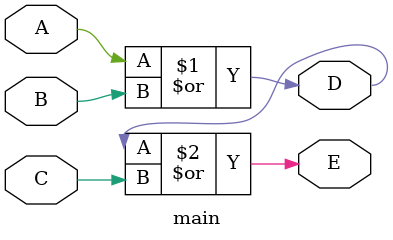
<source format=v>
`timescale 1ns / 1ps

module main(
input A, B, C,
output D, E
    );
    
assign D=A|B;
assign E=D|C;

endmodule

</source>
